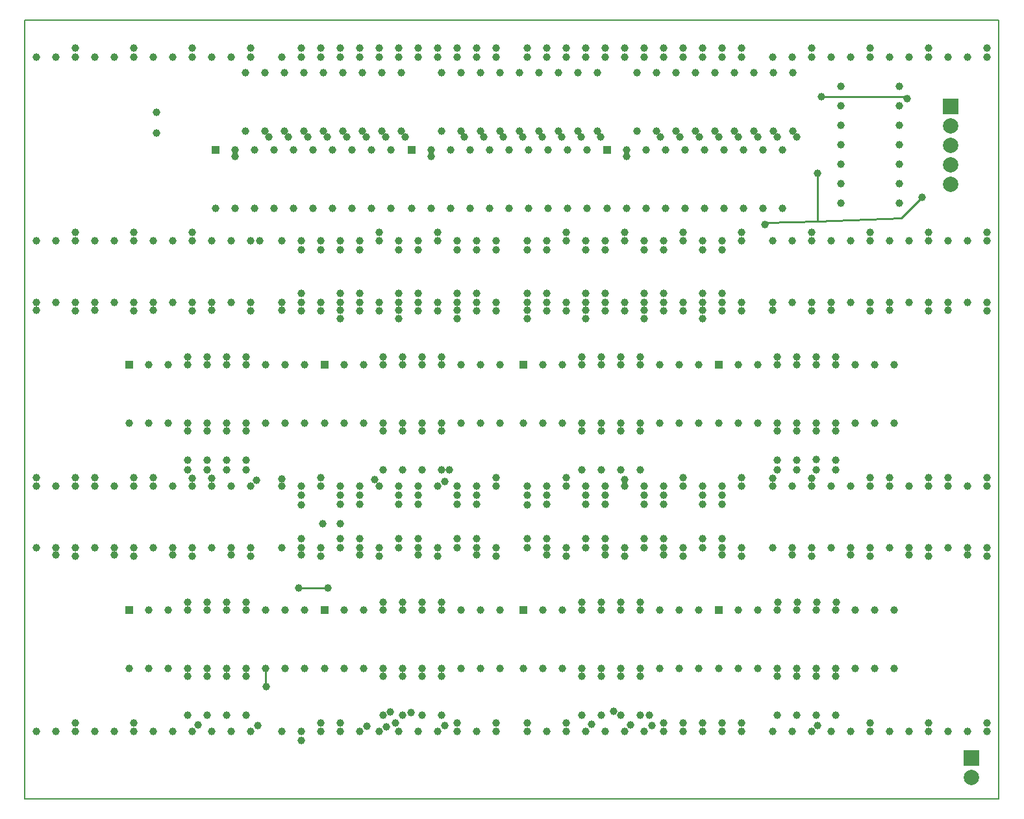
<source format=gtl>
G04 (created by PCBNEW (2013-mar-25)-stable) date Thursday, January 23, 2014 'PMt' 10:04:33 PM*
%MOIN*%
G04 Gerber Fmt 3.4, Leading zero omitted, Abs format*
%FSLAX34Y34*%
G01*
G70*
G90*
G04 APERTURE LIST*
%ADD10C,0*%
%ADD11C,0.00590551*%
%ADD12C,0.0393701*%
%ADD13R,0.0787402X0.0787402*%
%ADD14C,0.0787402*%
%ADD15R,0.0393701X0.0393701*%
%ADD16C,0.01*%
G04 APERTURE END LIST*
G54D10*
G54D11*
X60225Y-6175D02*
X60225Y-46175D01*
X10225Y-6175D02*
X60225Y-6175D01*
X10225Y-46175D02*
X10225Y-6175D01*
X60225Y-46175D02*
X10225Y-46175D01*
G54D12*
X10823Y-17513D03*
X11823Y-17513D03*
X12823Y-17513D03*
X13823Y-17513D03*
X14823Y-17513D03*
X15823Y-17513D03*
X16823Y-17513D03*
X17823Y-17513D03*
X18823Y-17513D03*
X19823Y-17513D03*
X20823Y-17513D03*
X21823Y-17513D03*
X21823Y-8064D03*
X20823Y-8064D03*
X19823Y-8064D03*
X18823Y-8064D03*
X17823Y-8064D03*
X16823Y-8064D03*
X15823Y-8064D03*
X14823Y-8064D03*
X13823Y-8064D03*
X12823Y-8064D03*
X11823Y-8064D03*
X10823Y-8064D03*
X52123Y-15588D03*
X52123Y-14588D03*
X52123Y-13588D03*
X52123Y-12588D03*
X52123Y-11588D03*
X52123Y-10588D03*
X52123Y-9588D03*
X55123Y-9588D03*
X55123Y-10588D03*
X55123Y-11588D03*
X55123Y-12588D03*
X55123Y-13588D03*
X55123Y-14588D03*
X55123Y-15588D03*
X18563Y-39879D03*
X18563Y-41879D03*
X19563Y-39879D03*
X19563Y-41879D03*
X20563Y-39879D03*
X20563Y-41879D03*
X21563Y-39879D03*
X21563Y-41879D03*
X17823Y-33655D03*
X20563Y-36086D03*
X20823Y-33655D03*
X21563Y-36086D03*
X14823Y-33655D03*
X19563Y-36086D03*
X11823Y-33655D03*
X18563Y-36086D03*
X28602Y-39879D03*
X28602Y-41879D03*
X29602Y-39879D03*
X29602Y-41879D03*
X31602Y-39879D03*
X31602Y-41879D03*
X30602Y-39879D03*
X30602Y-41879D03*
X24421Y-33655D03*
X28602Y-36086D03*
X27421Y-33655D03*
X29602Y-36086D03*
X30421Y-33655D03*
X30602Y-36086D03*
X33421Y-33655D03*
X31602Y-36086D03*
X38815Y-39879D03*
X38815Y-41879D03*
X39815Y-39879D03*
X39815Y-41879D03*
X40815Y-39879D03*
X40815Y-41879D03*
X41815Y-39879D03*
X41815Y-41879D03*
X37020Y-33655D03*
X38815Y-36086D03*
X40020Y-33655D03*
X39815Y-36086D03*
X43020Y-33655D03*
X40815Y-36086D03*
X46020Y-33655D03*
X41815Y-36086D03*
X48854Y-39879D03*
X48854Y-41879D03*
X49854Y-39879D03*
X49854Y-41879D03*
X50854Y-39879D03*
X50854Y-41879D03*
X51854Y-39879D03*
X51854Y-41879D03*
X49618Y-33655D03*
X48865Y-36086D03*
X52618Y-33655D03*
X49865Y-36086D03*
X55618Y-33655D03*
X50865Y-36086D03*
X58618Y-33655D03*
X51865Y-36086D03*
X10823Y-21058D03*
X18563Y-23489D03*
X13823Y-21058D03*
X19563Y-23489D03*
X16823Y-21058D03*
X20563Y-23489D03*
X19823Y-21058D03*
X21563Y-23489D03*
X28602Y-27282D03*
X28602Y-29282D03*
X30602Y-27282D03*
X30602Y-29282D03*
X29602Y-27282D03*
X29602Y-29282D03*
X31602Y-27282D03*
X31602Y-29282D03*
X23421Y-21058D03*
X28602Y-23489D03*
X26421Y-21058D03*
X29602Y-23489D03*
X29421Y-21058D03*
X30602Y-23489D03*
X32421Y-21058D03*
X31602Y-23489D03*
X41815Y-27282D03*
X41815Y-29282D03*
X39815Y-27282D03*
X39815Y-29282D03*
X40815Y-27282D03*
X40815Y-29282D03*
X38815Y-27282D03*
X38815Y-29282D03*
X36020Y-21058D03*
X38815Y-23489D03*
X39020Y-21058D03*
X39815Y-23489D03*
X42020Y-21058D03*
X40815Y-23489D03*
X45020Y-21058D03*
X41815Y-23489D03*
X51854Y-27282D03*
X51854Y-29282D03*
X49854Y-27282D03*
X49854Y-29282D03*
X50854Y-27282D03*
X50854Y-29282D03*
X48854Y-27282D03*
X48854Y-29282D03*
X48618Y-21058D03*
X48854Y-23489D03*
X51618Y-21058D03*
X49854Y-23489D03*
X54618Y-21058D03*
X50854Y-23489D03*
X57618Y-21058D03*
X51854Y-23489D03*
G54D13*
X57750Y-10600D03*
G54D14*
X57750Y-11600D03*
X57750Y-12600D03*
X57750Y-13600D03*
X57750Y-14600D03*
G54D13*
X58823Y-44064D03*
G54D14*
X58823Y-45064D03*
G54D12*
X23421Y-17513D03*
X24421Y-17513D03*
X25421Y-17513D03*
X26421Y-17513D03*
X27421Y-17513D03*
X28421Y-17513D03*
X29421Y-17513D03*
X30421Y-17513D03*
X31421Y-17513D03*
X32421Y-17513D03*
X33421Y-17513D03*
X34421Y-17513D03*
X34421Y-8064D03*
X33421Y-8064D03*
X32421Y-8064D03*
X31421Y-8064D03*
X30421Y-8064D03*
X29421Y-8064D03*
X28421Y-8064D03*
X27421Y-8064D03*
X26421Y-8064D03*
X25421Y-8064D03*
X24421Y-8064D03*
X23421Y-8064D03*
X36020Y-17513D03*
X37020Y-17513D03*
X38020Y-17513D03*
X39020Y-17513D03*
X40020Y-17513D03*
X41020Y-17513D03*
X42020Y-17513D03*
X43020Y-17513D03*
X44020Y-17513D03*
X45020Y-17513D03*
X46020Y-17513D03*
X47020Y-17513D03*
X47020Y-8064D03*
X46020Y-8064D03*
X45020Y-8064D03*
X44020Y-8064D03*
X43020Y-8064D03*
X42020Y-8064D03*
X41020Y-8064D03*
X40020Y-8064D03*
X39020Y-8064D03*
X38020Y-8064D03*
X37020Y-8064D03*
X36020Y-8064D03*
X48618Y-17513D03*
X49618Y-17513D03*
X50618Y-17513D03*
X51618Y-17513D03*
X52618Y-17513D03*
X53618Y-17513D03*
X54618Y-17513D03*
X55618Y-17513D03*
X56618Y-17513D03*
X57618Y-17513D03*
X58618Y-17513D03*
X59618Y-17513D03*
X59618Y-8064D03*
X58618Y-8064D03*
X57618Y-8064D03*
X56618Y-8064D03*
X55618Y-8064D03*
X54618Y-8064D03*
X53618Y-8064D03*
X52618Y-8064D03*
X51618Y-8064D03*
X50618Y-8064D03*
X49618Y-8064D03*
X48618Y-8064D03*
X23421Y-30112D03*
X24421Y-30112D03*
X25421Y-30112D03*
X26421Y-30112D03*
X27421Y-30112D03*
X28421Y-30112D03*
X29421Y-30112D03*
X30421Y-30112D03*
X31421Y-30112D03*
X32421Y-30112D03*
X33421Y-30112D03*
X34421Y-30112D03*
X34421Y-20663D03*
X33421Y-20663D03*
X32421Y-20663D03*
X31421Y-20663D03*
X30421Y-20663D03*
X29421Y-20663D03*
X28421Y-20663D03*
X27421Y-20663D03*
X26421Y-20663D03*
X25421Y-20663D03*
X24421Y-20663D03*
X23421Y-20663D03*
X36020Y-30112D03*
X37020Y-30112D03*
X38020Y-30112D03*
X39020Y-30112D03*
X40020Y-30112D03*
X41020Y-30112D03*
X42020Y-30112D03*
X43020Y-30112D03*
X44020Y-30112D03*
X45020Y-30112D03*
X46020Y-30112D03*
X47020Y-30112D03*
X47020Y-20663D03*
X46020Y-20663D03*
X45020Y-20663D03*
X44020Y-20663D03*
X43020Y-20663D03*
X42020Y-20663D03*
X41020Y-20663D03*
X40020Y-20663D03*
X39020Y-20663D03*
X38020Y-20663D03*
X37020Y-20663D03*
X36020Y-20663D03*
X48618Y-30112D03*
X49618Y-30112D03*
X50618Y-30112D03*
X51618Y-30112D03*
X52618Y-30112D03*
X53618Y-30112D03*
X54618Y-30112D03*
X55618Y-30112D03*
X56618Y-30112D03*
X57618Y-30112D03*
X58618Y-30112D03*
X59618Y-30112D03*
X59618Y-20663D03*
X58618Y-20663D03*
X57618Y-20663D03*
X56618Y-20663D03*
X55618Y-20663D03*
X54618Y-20663D03*
X53618Y-20663D03*
X52618Y-20663D03*
X51618Y-20663D03*
X50618Y-20663D03*
X49618Y-20663D03*
X48618Y-20663D03*
X10823Y-42710D03*
X11823Y-42710D03*
X12823Y-42710D03*
X13823Y-42710D03*
X14823Y-42710D03*
X15823Y-42710D03*
X16823Y-42710D03*
X17823Y-42710D03*
X18823Y-42710D03*
X19823Y-42710D03*
X20823Y-42710D03*
X21823Y-42710D03*
X21823Y-33261D03*
X20823Y-33261D03*
X19823Y-33261D03*
X18823Y-33261D03*
X17823Y-33261D03*
X16823Y-33261D03*
X15823Y-33261D03*
X14823Y-33261D03*
X13823Y-33261D03*
X12823Y-33261D03*
X11823Y-33261D03*
X10823Y-33261D03*
X23421Y-42710D03*
X24421Y-42710D03*
X25421Y-42710D03*
X26421Y-42710D03*
X27421Y-42710D03*
X28421Y-42710D03*
X29421Y-42710D03*
X30421Y-42710D03*
X31421Y-42710D03*
X32421Y-42710D03*
X33421Y-42710D03*
X34421Y-42710D03*
X34421Y-33261D03*
X33421Y-33261D03*
X32421Y-33261D03*
X31421Y-33261D03*
X30421Y-33261D03*
X29421Y-33261D03*
X28421Y-33261D03*
X27421Y-33261D03*
X26421Y-33261D03*
X25421Y-33261D03*
X24421Y-33261D03*
X23421Y-33261D03*
X36020Y-42710D03*
X37020Y-42710D03*
X38020Y-42710D03*
X39020Y-42710D03*
X40020Y-42710D03*
X41020Y-42710D03*
X42020Y-42710D03*
X43020Y-42710D03*
X44020Y-42710D03*
X45020Y-42710D03*
X46020Y-42710D03*
X47020Y-42710D03*
X47020Y-33261D03*
X46020Y-33261D03*
X45020Y-33261D03*
X44020Y-33261D03*
X43020Y-33261D03*
X42020Y-33261D03*
X41020Y-33261D03*
X40020Y-33261D03*
X39020Y-33261D03*
X38020Y-33261D03*
X37020Y-33261D03*
X36020Y-33261D03*
X48618Y-42710D03*
X49618Y-42710D03*
X50618Y-42710D03*
X51618Y-42710D03*
X52618Y-42710D03*
X53618Y-42710D03*
X54618Y-42710D03*
X55618Y-42710D03*
X56618Y-42710D03*
X57618Y-42710D03*
X58618Y-42710D03*
X59618Y-42710D03*
X59618Y-33261D03*
X58618Y-33261D03*
X57618Y-33261D03*
X56618Y-33261D03*
X55618Y-33261D03*
X54618Y-33261D03*
X53618Y-33261D03*
X52618Y-33261D03*
X51618Y-33261D03*
X50618Y-33261D03*
X49618Y-33261D03*
X48618Y-33261D03*
X10823Y-30112D03*
X11823Y-30112D03*
X12823Y-30112D03*
X13823Y-30112D03*
X14823Y-30112D03*
X15823Y-30112D03*
X16823Y-30112D03*
X17823Y-30112D03*
X18823Y-30112D03*
X19823Y-30112D03*
X20823Y-30112D03*
X21823Y-30112D03*
X21823Y-20663D03*
X20823Y-20663D03*
X19823Y-20663D03*
X18823Y-20663D03*
X17823Y-20663D03*
X16823Y-20663D03*
X15823Y-20663D03*
X14823Y-20663D03*
X13823Y-20663D03*
X12823Y-20663D03*
X11823Y-20663D03*
X10823Y-20663D03*
X29548Y-11889D03*
X28548Y-11889D03*
X27548Y-11889D03*
X26548Y-11889D03*
X25548Y-11889D03*
X24548Y-11889D03*
X23548Y-11889D03*
X22548Y-11889D03*
X21548Y-11889D03*
X21548Y-8889D03*
X22548Y-8889D03*
X23548Y-8889D03*
X24548Y-8889D03*
X25548Y-8889D03*
X26548Y-8889D03*
X27548Y-8889D03*
X28548Y-8889D03*
X29548Y-8889D03*
X39598Y-11889D03*
X38598Y-11889D03*
X37598Y-11889D03*
X36598Y-11889D03*
X35598Y-11889D03*
X34598Y-11889D03*
X33598Y-11889D03*
X32598Y-11889D03*
X31598Y-11889D03*
X31598Y-8889D03*
X32598Y-8889D03*
X33598Y-8889D03*
X34598Y-8889D03*
X35598Y-8889D03*
X36598Y-8889D03*
X37598Y-8889D03*
X38598Y-8889D03*
X39598Y-8889D03*
X49648Y-11889D03*
X48648Y-11889D03*
X47648Y-11889D03*
X46648Y-11889D03*
X45648Y-11889D03*
X44648Y-11889D03*
X43648Y-11889D03*
X42648Y-11889D03*
X41648Y-11889D03*
X41648Y-8889D03*
X42648Y-8889D03*
X43648Y-8889D03*
X44648Y-8889D03*
X45648Y-8889D03*
X46648Y-8889D03*
X47648Y-8889D03*
X48648Y-8889D03*
X49648Y-8889D03*
X21563Y-27282D03*
X21563Y-29282D03*
X20563Y-27282D03*
X20563Y-29282D03*
X19563Y-27282D03*
X19563Y-29282D03*
X18563Y-27282D03*
X18563Y-29282D03*
G54D15*
X40123Y-12838D03*
G54D12*
X41123Y-12838D03*
X42123Y-12838D03*
X43123Y-12838D03*
X44123Y-12838D03*
X45123Y-12838D03*
X46123Y-12838D03*
X47123Y-12838D03*
X48123Y-12838D03*
X49123Y-12838D03*
X40123Y-15838D03*
X41123Y-15838D03*
X42123Y-15838D03*
X43123Y-15838D03*
X44123Y-15838D03*
X45123Y-15838D03*
X46123Y-15838D03*
X47123Y-15838D03*
X48123Y-15838D03*
X49123Y-15838D03*
G54D15*
X30073Y-12839D03*
G54D12*
X31073Y-12839D03*
X32073Y-12839D03*
X33073Y-12839D03*
X34073Y-12839D03*
X35073Y-12839D03*
X36073Y-12839D03*
X37073Y-12839D03*
X38073Y-12839D03*
X39073Y-12839D03*
X30073Y-15839D03*
X31073Y-15839D03*
X32073Y-15839D03*
X33073Y-15839D03*
X34073Y-15839D03*
X35073Y-15839D03*
X36073Y-15839D03*
X37073Y-15839D03*
X38073Y-15839D03*
X39073Y-15839D03*
G54D15*
X45854Y-36486D03*
G54D12*
X46854Y-36486D03*
X47854Y-36486D03*
X48854Y-36486D03*
X49854Y-36486D03*
X50854Y-36486D03*
X51854Y-36486D03*
X52854Y-36486D03*
X53854Y-36486D03*
X54854Y-36486D03*
X45854Y-39486D03*
X46854Y-39486D03*
X47854Y-39486D03*
X48854Y-39486D03*
X49854Y-39486D03*
X50854Y-39486D03*
X51854Y-39486D03*
X52854Y-39486D03*
X53854Y-39486D03*
X54854Y-39486D03*
G54D15*
X45854Y-23889D03*
G54D12*
X46854Y-23889D03*
X47854Y-23889D03*
X48854Y-23889D03*
X49854Y-23889D03*
X50854Y-23889D03*
X51854Y-23889D03*
X52854Y-23889D03*
X53854Y-23889D03*
X54854Y-23889D03*
X45854Y-26889D03*
X46854Y-26889D03*
X47854Y-26889D03*
X48854Y-26889D03*
X49854Y-26889D03*
X50854Y-26889D03*
X51854Y-26889D03*
X52854Y-26889D03*
X53854Y-26889D03*
X54854Y-26889D03*
G54D15*
X35815Y-36486D03*
G54D12*
X36815Y-36486D03*
X37815Y-36486D03*
X38815Y-36486D03*
X39815Y-36486D03*
X40815Y-36486D03*
X41815Y-36486D03*
X42815Y-36486D03*
X43815Y-36486D03*
X44815Y-36486D03*
X35815Y-39486D03*
X36815Y-39486D03*
X37815Y-39486D03*
X38815Y-39486D03*
X39815Y-39486D03*
X40815Y-39486D03*
X41815Y-39486D03*
X42815Y-39486D03*
X43815Y-39486D03*
X44815Y-39486D03*
G54D15*
X35815Y-23889D03*
G54D12*
X36815Y-23889D03*
X37815Y-23889D03*
X38815Y-23889D03*
X39815Y-23889D03*
X40815Y-23889D03*
X41815Y-23889D03*
X42815Y-23889D03*
X43815Y-23889D03*
X44815Y-23889D03*
X35815Y-26889D03*
X36815Y-26889D03*
X37815Y-26889D03*
X38815Y-26889D03*
X39815Y-26889D03*
X40815Y-26889D03*
X41815Y-26889D03*
X42815Y-26889D03*
X43815Y-26889D03*
X44815Y-26889D03*
G54D15*
X25602Y-36486D03*
G54D12*
X26602Y-36486D03*
X27602Y-36486D03*
X28602Y-36486D03*
X29602Y-36486D03*
X30602Y-36486D03*
X31602Y-36486D03*
X32602Y-36486D03*
X33602Y-36486D03*
X34602Y-36486D03*
X25602Y-39486D03*
X26602Y-39486D03*
X27602Y-39486D03*
X28602Y-39486D03*
X29602Y-39486D03*
X30602Y-39486D03*
X31602Y-39486D03*
X32602Y-39486D03*
X33602Y-39486D03*
X34602Y-39486D03*
G54D15*
X25602Y-23889D03*
G54D12*
X26602Y-23889D03*
X27602Y-23889D03*
X28602Y-23889D03*
X29602Y-23889D03*
X30602Y-23889D03*
X31602Y-23889D03*
X32602Y-23889D03*
X33602Y-23889D03*
X34602Y-23889D03*
X25602Y-26889D03*
X26602Y-26889D03*
X27602Y-26889D03*
X28602Y-26889D03*
X29602Y-26889D03*
X30602Y-26889D03*
X31602Y-26889D03*
X32602Y-26889D03*
X33602Y-26889D03*
X34602Y-26889D03*
G54D15*
X20023Y-12838D03*
G54D12*
X21023Y-12838D03*
X22023Y-12838D03*
X23023Y-12838D03*
X24023Y-12838D03*
X25023Y-12838D03*
X26023Y-12838D03*
X27023Y-12838D03*
X28023Y-12838D03*
X29023Y-12838D03*
X20023Y-15838D03*
X21023Y-15838D03*
X22023Y-15838D03*
X23023Y-15838D03*
X24023Y-15838D03*
X25023Y-15838D03*
X26023Y-15838D03*
X27023Y-15838D03*
X28023Y-15838D03*
X29023Y-15838D03*
G54D15*
X15563Y-36486D03*
G54D12*
X16563Y-36486D03*
X17563Y-36486D03*
X18563Y-36486D03*
X19563Y-36486D03*
X20563Y-36486D03*
X21563Y-36486D03*
X22563Y-36486D03*
X23563Y-36486D03*
X24563Y-36486D03*
X15563Y-39486D03*
X16563Y-39486D03*
X17563Y-39486D03*
X18563Y-39486D03*
X19563Y-39486D03*
X20563Y-39486D03*
X21563Y-39486D03*
X22563Y-39486D03*
X23563Y-39486D03*
X24563Y-39486D03*
G54D15*
X15563Y-23889D03*
G54D12*
X16563Y-23889D03*
X17563Y-23889D03*
X18563Y-23889D03*
X19563Y-23889D03*
X20563Y-23889D03*
X21563Y-23889D03*
X22563Y-23889D03*
X23563Y-23889D03*
X24563Y-23889D03*
X15563Y-26889D03*
X16563Y-26889D03*
X17563Y-26889D03*
X18563Y-26889D03*
X19563Y-26889D03*
X20563Y-26889D03*
X21563Y-26889D03*
X22563Y-26889D03*
X23563Y-26889D03*
X24563Y-26889D03*
X29743Y-12186D03*
X28743Y-12186D03*
X27743Y-12186D03*
X26743Y-12186D03*
X25743Y-12186D03*
X24743Y-12186D03*
X23743Y-12186D03*
X22743Y-12186D03*
X21011Y-13186D03*
X39793Y-12186D03*
X38793Y-12186D03*
X37793Y-12186D03*
X36793Y-12186D03*
X35793Y-12186D03*
X34793Y-12186D03*
X33793Y-12186D03*
X32793Y-12186D03*
X31061Y-13186D03*
X42848Y-12189D03*
X41116Y-13189D03*
X43848Y-12189D03*
X44848Y-12189D03*
X49848Y-12189D03*
X48848Y-12189D03*
X47848Y-12189D03*
X46848Y-12189D03*
X45848Y-12189D03*
X50903Y-14023D03*
X48203Y-16663D03*
X56283Y-15263D03*
X25763Y-35323D03*
X24263Y-35323D03*
X51123Y-10113D03*
X55523Y-10213D03*
X50848Y-28738D03*
X42273Y-41863D03*
X37023Y-30563D03*
X37023Y-31038D03*
X37023Y-17963D03*
X42023Y-32813D03*
X42023Y-21513D03*
X42023Y-20213D03*
X42023Y-7613D03*
X19823Y-29713D03*
X18573Y-28763D03*
X13823Y-29663D03*
X20573Y-28763D03*
X16823Y-29663D03*
X19573Y-28763D03*
X10823Y-29663D03*
X21573Y-28763D03*
X24423Y-43163D03*
X24423Y-30588D03*
X24423Y-31063D03*
X24423Y-17963D03*
X26423Y-32813D03*
X26423Y-21513D03*
X26423Y-20213D03*
X26423Y-7613D03*
X29423Y-32813D03*
X29423Y-21513D03*
X29423Y-20213D03*
X29423Y-7613D03*
X32423Y-32813D03*
X32423Y-21513D03*
X32423Y-20213D03*
X32423Y-7613D03*
X39323Y-42338D03*
X39023Y-30563D03*
X39023Y-31038D03*
X39023Y-17963D03*
X40448Y-41663D03*
X40023Y-30563D03*
X40023Y-31038D03*
X40023Y-17963D03*
X43023Y-42263D03*
X43023Y-30563D03*
X43023Y-31038D03*
X43023Y-17963D03*
X45023Y-42263D03*
X45023Y-30563D03*
X45023Y-31038D03*
X45023Y-17963D03*
X37023Y-32813D03*
X37023Y-21113D03*
X37023Y-20213D03*
X37023Y-7613D03*
X36023Y-32813D03*
X36023Y-21513D03*
X36023Y-20213D03*
X36023Y-7613D03*
X29248Y-42263D03*
X29423Y-30563D03*
X29423Y-31038D03*
X29423Y-17963D03*
X27423Y-32813D03*
X27423Y-21113D03*
X27423Y-20213D03*
X27423Y-7613D03*
X30423Y-32813D03*
X30423Y-21113D03*
X30423Y-20213D03*
X30423Y-7613D03*
X33423Y-32813D03*
X33423Y-21113D03*
X33423Y-20213D03*
X33423Y-7613D03*
X28973Y-41713D03*
X33423Y-30563D03*
X33423Y-31038D03*
X33423Y-17963D03*
X48623Y-29713D03*
X51848Y-28763D03*
X30048Y-41738D03*
X30423Y-30563D03*
X30423Y-31038D03*
X30423Y-17963D03*
X26423Y-42263D03*
X26423Y-30563D03*
X26423Y-31038D03*
X26423Y-17963D03*
X27773Y-42438D03*
X27423Y-30563D03*
X27423Y-31038D03*
X27423Y-17963D03*
X32423Y-42263D03*
X32423Y-30563D03*
X32423Y-31038D03*
X32423Y-17963D03*
X59623Y-17063D03*
X47023Y-17063D03*
X34423Y-17963D03*
X22273Y-17513D03*
X24423Y-32813D03*
X24423Y-21113D03*
X24423Y-20213D03*
X24423Y-7613D03*
X31998Y-29288D03*
X23423Y-29738D03*
X56623Y-17063D03*
X44023Y-17063D03*
X31423Y-17063D03*
X18823Y-17063D03*
X50623Y-17063D03*
X38023Y-17063D03*
X25423Y-17963D03*
X12823Y-17063D03*
X53623Y-17063D03*
X41023Y-17063D03*
X28423Y-17063D03*
X15823Y-17063D03*
X28423Y-7613D03*
X53623Y-7613D03*
X41023Y-7613D03*
X15823Y-7613D03*
X50623Y-7613D03*
X38023Y-7613D03*
X25423Y-7613D03*
X12823Y-7613D03*
X18823Y-7613D03*
X56623Y-7613D03*
X44023Y-7613D03*
X31423Y-7613D03*
X21823Y-7613D03*
X59623Y-7613D03*
X47023Y-7613D03*
X34423Y-7613D03*
X59623Y-29663D03*
X47023Y-29663D03*
X34423Y-29663D03*
X22123Y-29813D03*
X31773Y-29863D03*
X56623Y-29663D03*
X44023Y-29663D03*
X18823Y-29713D03*
X53623Y-29663D03*
X41023Y-29763D03*
X28173Y-29763D03*
X15823Y-29663D03*
X54623Y-29663D03*
X49848Y-28763D03*
X59623Y-21113D03*
X47023Y-21113D03*
X34423Y-21113D03*
X21823Y-21113D03*
X56623Y-21113D03*
X44023Y-21113D03*
X31423Y-21113D03*
X18823Y-21113D03*
X53623Y-21113D03*
X41023Y-21113D03*
X28423Y-21113D03*
X15823Y-21113D03*
X50623Y-21113D03*
X38023Y-21113D03*
X25423Y-21113D03*
X12823Y-21113D03*
X57623Y-29663D03*
X48848Y-28763D03*
X50623Y-29713D03*
X38023Y-29663D03*
X25423Y-29663D03*
X12823Y-29663D03*
X53623Y-33713D03*
X41023Y-33713D03*
X28423Y-33713D03*
X15823Y-33713D03*
X59623Y-33713D03*
X47023Y-33713D03*
X34423Y-33713D03*
X21823Y-33713D03*
X50923Y-42413D03*
X38023Y-42263D03*
X25423Y-42263D03*
X12823Y-42263D03*
X56623Y-42263D03*
X44023Y-42263D03*
X31773Y-42413D03*
X19123Y-42363D03*
X50623Y-33713D03*
X38023Y-33713D03*
X25423Y-33713D03*
X12823Y-33713D03*
X56623Y-33713D03*
X44023Y-33713D03*
X31423Y-33713D03*
X18823Y-33713D03*
X59623Y-42263D03*
X47023Y-42263D03*
X34423Y-42263D03*
X22173Y-42413D03*
X53623Y-42263D03*
X41323Y-42363D03*
X28773Y-42463D03*
X15823Y-42263D03*
X39023Y-32813D03*
X39023Y-21513D03*
X39023Y-20213D03*
X39023Y-7613D03*
X45023Y-32813D03*
X45023Y-21513D03*
X45023Y-20213D03*
X45023Y-7613D03*
X40023Y-32813D03*
X40023Y-21113D03*
X40023Y-20213D03*
X40023Y-7613D03*
X46023Y-42263D03*
X46023Y-30563D03*
X46023Y-31038D03*
X46023Y-17963D03*
X46023Y-32813D03*
X46023Y-21113D03*
X46023Y-20213D03*
X46023Y-7613D03*
X43023Y-32813D03*
X43023Y-21113D03*
X43023Y-20213D03*
X43023Y-7613D03*
X36023Y-42263D03*
X36023Y-30588D03*
X36023Y-31063D03*
X36023Y-17963D03*
X42398Y-42413D03*
X42023Y-30563D03*
X42023Y-31038D03*
X42023Y-17963D03*
X26423Y-32023D03*
X16963Y-11963D03*
X25523Y-32023D03*
X16963Y-10903D03*
X22623Y-40413D03*
G54D16*
X50923Y-14043D02*
X50923Y-16491D01*
X50903Y-14023D02*
X50923Y-14043D01*
X48203Y-16663D02*
X48283Y-16583D01*
X48283Y-16583D02*
X50923Y-16491D01*
X50923Y-16491D02*
X55203Y-16343D01*
X55203Y-16343D02*
X56283Y-15263D01*
X24263Y-35323D02*
X25763Y-35323D01*
X55423Y-10113D02*
X51123Y-10113D01*
X55523Y-10213D02*
X55423Y-10113D01*
X23423Y-29738D02*
X23423Y-29763D01*
X22563Y-40353D02*
X22563Y-39486D01*
X22623Y-40413D02*
X22563Y-40353D01*
M02*

</source>
